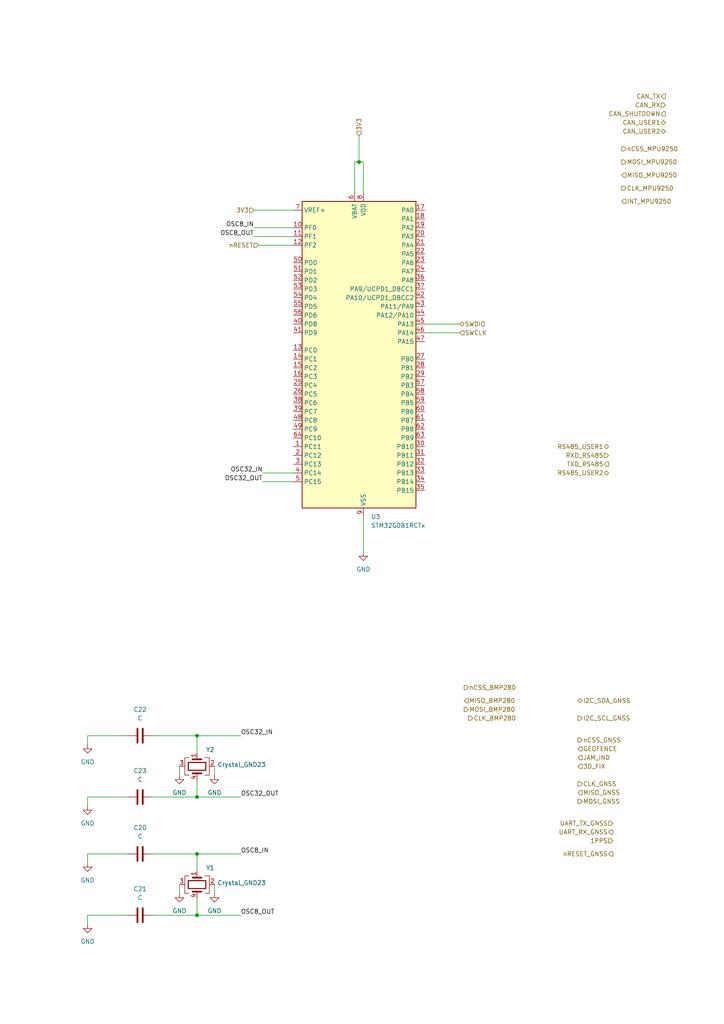
<source format=kicad_sch>
(kicad_sch (version 20250114) (generator "eeschema") (generator_version "9.0")
  (paper "A4" portrait)
  (lib_symbols
    (symbol "Device:C" (pin_numbers (hide yes)) (pin_names (offset 0.254))
      (property "Reference" "C" (at 0.635 2.54 0))
      (property "Value" "C" (at 0.635 -2.54 0))
      (symbol "C_0_1"
        (polyline (pts (xy -2.032 0.762) (xy 2.032 0.762)) (stroke (width 0.508)))
        (polyline (pts (xy -2.032 -0.762) (xy 2.032 -0.762)) (stroke (width 0.508)))
      )
      (symbol "C_1_1"
        (pin passive line (at 0 3.81 270) (length 2.794) (name "~") (number "1"))
        (pin passive line (at 0 -3.81 90) (length 2.794) (name "~") (number "2"))
      )
    )
    (symbol "Device:Crystal_GND23" (pin_names (offset 1.016) (hide yes))
      (property "Reference" "Y" (at 3.175 5.08 0))
      (property "Value" "Crystal_GND23" (at 3.175 3.175 0))
      (symbol "Crystal_GND23_0_1"
        (polyline (pts (xy -2.54 2.286) (xy -2.54 3.556) (xy 2.54 3.556) (xy 2.54 2.286)))
        (polyline (pts (xy -2.54 0) (xy -2.032 0)))
        (polyline (pts (xy -2.54 -2.286) (xy -2.54 -3.556) (xy 2.54 -3.556) (xy 2.54 -2.286)))
        (polyline (pts (xy -2.032 -1.27) (xy -2.032 1.27)) (stroke (width 0.508)))
        (rectangle (start -1.143 2.54) (end 1.143 -2.54) (stroke (width 0.3048)))
        (polyline (pts (xy 0 3.556) (xy 0 3.81)))
        (polyline (pts (xy 0 -3.81) (xy 0 -3.556)))
        (polyline (pts (xy 2.032 0) (xy 2.54 0)))
        (polyline (pts (xy 2.032 -1.27) (xy 2.032 1.27)) (stroke (width 0.508)))
      )
      (symbol "Crystal_GND23_1_1"
        (pin passive line (at -3.81 0 0) (length 1.27) (name "1") (number "1"))
        (pin passive line (at 0 5.08 270) (length 1.27) (name "2") (number "2"))
        (pin passive line (at 0 -5.08 90) (length 1.27) (name "3") (number "3"))
        (pin passive line (at 3.81 0 180) (length 1.27) (name "4") (number "4"))
      )
    )
    (symbol "MCU_ST_STM32G0:STM32G0B1RCTx"
      (property "Reference" "U" (at -15.24 46.99 0))
      (property "Value" "STM32G0B1RCTx" (at 5.08 46.99 0))
      (symbol "STM32G0B1RCTx_0_1"
        (rectangle (start -15.24 -43.18) (end 17.78 45.72) (stroke (width 0.254)) (fill (type background)))
      )
      (symbol "STM32G0B1RCTx_1_1"
        (pin input line (at -17.78 43.18 0) (length 2.54) (name "VREF+") (number "7"))
        (pin bidirectional line (at -17.78 38.1 0) (length 2.54) (name "PF0") (number "10"))
        (pin bidirectional line (at -17.78 35.56 0) (length 2.54) (name "PF1") (number "11"))
        (pin bidirectional line (at -17.78 33.02 0) (length 2.54) (name "PF2") (number "12"))
        (pin bidirectional line (at -17.78 27.94 0) (length 2.54) (name "PD0") (number "50"))
        (pin bidirectional line (at -17.78 25.4 0) (length 2.54) (name "PD1") (number "51"))
        (pin bidirectional line (at -17.78 22.86 0) (length 2.54) (name "PD2") (number "52"))
        (pin bidirectional line (at -17.78 20.32 0) (length 2.54) (name "PD3") (number "53"))
        (pin bidirectional line (at -17.78 17.78 0) (length 2.54) (name "PD4") (number "54"))
        (pin bidirectional line (at -17.78 15.24 0) (length 2.54) (name "PD5") (number "55"))
        (pin bidirectional line (at -17.78 12.7 0) (length 2.54) (name "PD6") (number "56"))
        (pin bidirectional line (at -17.78 10.16 0) (length 2.54) (name "PD8") (number "40"))
        (pin bidirectional line (at -17.78 7.62 0) (length 2.54) (name "PD9") (number "41"))
        (pin bidirectional line (at -17.78 2.54 0) (length 2.54) (name "PC0") (number "13"))
        (pin bidirectional line (at -17.78 0 0) (length 2.54) (name "PC1") (number "14"))
        (pin bidirectional line (at -17.78 -2.54 0) (length 2.54) (name "PC2") (number "15"))
        (pin bidirectional line (at -17.78 -5.08 0) (length 2.54) (name "PC3") (number "16"))
        (pin bidirectional line (at -17.78 -7.62 0) (length 2.54) (name "PC4") (number "25"))
        (pin bidirectional line (at -17.78 -10.16 0) (length 2.54) (name "PC5") (number "26"))
        (pin bidirectional line (at -17.78 -12.7 0) (length 2.54) (name "PC6") (number "38"))
        (pin bidirectional line (at -17.78 -15.24 0) (length 2.54) (name "PC7") (number "39"))
        (pin bidirectional line (at -17.78 -17.78 0) (length 2.54) (name "PC8") (number "48"))
        (pin bidirectional line (at -17.78 -20.32 0) (length 2.54) (name "PC9") (number "49"))
        (pin bidirectional line (at -17.78 -22.86 0) (length 2.54) (name "PC10") (number "64"))
        (pin bidirectional line (at -17.78 -25.4 0) (length 2.54) (name "PC11") (number "1"))
        (pin bidirectional line (at -17.78 -27.94 0) (length 2.54) (name "PC12") (number "2"))
        (pin bidirectional line (at -17.78 -30.48 0) (length 2.54) (name "PC13") (number "3"))
        (pin bidirectional line (at -17.78 -33.02 0) (length 2.54) (name "PC14") (number "4"))
        (pin bidirectional line (at -17.78 -35.56 0) (length 2.54) (name "PC15") (number "5"))
        (pin power_in line (at 0 48.26 270) (length 2.54) (name "VBAT") (number "6"))
        (pin power_in line (at 2.54 48.26 270) (length 2.54) (name "VDD") (number "8"))
        (pin power_in line (at 2.54 -45.72 90) (length 2.54) (name "VSS") (number "9"))
        (pin bidirectional line (at 20.32 43.18 180) (length 2.54) (name "PA0") (number "17"))
        (pin bidirectional line (at 20.32 40.64 180) (length 2.54) (name "PA1") (number "18"))
        (pin bidirectional line (at 20.32 38.1 180) (length 2.54) (name "PA2") (number "19"))
        (pin bidirectional line (at 20.32 35.56 180) (length 2.54) (name "PA3") (number "20"))
        (pin bidirectional line (at 20.32 33.02 180) (length 2.54) (name "PA4") (number "21"))
        (pin bidirectional line (at 20.32 30.48 180) (length 2.54) (name "PA5") (number "22"))
        (pin bidirectional line (at 20.32 27.94 180) (length 2.54) (name "PA6") (number "23"))
        (pin bidirectional line (at 20.32 25.4 180) (length 2.54) (name "PA7") (number "24"))
        (pin bidirectional line (at 20.32 22.86 180) (length 2.54) (name "PA8") (number "36"))
        (pin bidirectional line (at 20.32 20.32 180) (length 2.54) (name "PA9/UCPD1_DBCC1") (number "37"))
        (pin bidirectional line (at 20.32 17.78 180) (length 2.54) (name "PA10/UCPD1_DBCC2") (number "42"))
        (pin bidirectional line (at 20.32 15.24 180) (length 2.54) (name "PA11/PA9") (number "43"))
        (pin bidirectional line (at 20.32 12.7 180) (length 2.54) (name "PA12/PA10") (number "44"))
        (pin bidirectional line (at 20.32 10.16 180) (length 2.54) (name "PA13") (number "45"))
        (pin bidirectional line (at 20.32 7.62 180) (length 2.54) (name "PA14") (number "46"))
        (pin bidirectional line (at 20.32 5.08 180) (length 2.54) (name "PA15") (number "47"))
        (pin bidirectional line (at 20.32 0 180) (length 2.54) (name "PB0") (number "27"))
        (pin bidirectional line (at 20.32 -2.54 180) (length 2.54) (name "PB1") (number "28"))
        (pin bidirectional line (at 20.32 -5.08 180) (length 2.54) (name "PB2") (number "29"))
        (pin bidirectional line (at 20.32 -7.62 180) (length 2.54) (name "PB3") (number "57"))
        (pin bidirectional line (at 20.32 -10.16 180) (length 2.54) (name "PB4") (number "58"))
        (pin bidirectional line (at 20.32 -12.7 180) (length 2.54) (name "PB5") (number "59"))
        (pin bidirectional line (at 20.32 -15.24 180) (length 2.54) (name "PB6") (number "60"))
        (pin bidirectional line (at 20.32 -17.78 180) (length 2.54) (name "PB7") (number "61"))
        (pin bidirectional line (at 20.32 -20.32 180) (length 2.54) (name "PB8") (number "62"))
        (pin bidirectional line (at 20.32 -22.86 180) (length 2.54) (name "PB9") (number "63"))
        (pin bidirectional line (at 20.32 -25.4 180) (length 2.54) (name "PB10") (number "30"))
        (pin bidirectional line (at 20.32 -27.94 180) (length 2.54) (name "PB11") (number "31"))
        (pin bidirectional line (at 20.32 -30.48 180) (length 2.54) (name "PB12") (number "32"))
        (pin bidirectional line (at 20.32 -33.02 180) (length 2.54) (name "PB13") (number "33"))
        (pin bidirectional line (at 20.32 -35.56 180) (length 2.54) (name "PB14") (number "34"))
        (pin bidirectional line (at 20.32 -38.1 180) (length 2.54) (name "PB15") (number "35"))
      )
    )
    (symbol "power:GND" (power) (pin_numbers (hide yes)) (pin_names (offset 0) (hide yes))
      (property "Value" "GND" (at 0 -3.81 0))
      (symbol "GND_0_1"
        (polyline (pts (xy 0 0) (xy 0 -1.27) (xy 1.27 -1.27) (xy 0 -2.54) (xy -1.27 -1.27) (xy 0 -1.27)))
      )
      (symbol "GND_1_1"
        (pin power_in line (at 0 0 270) (length 0) (name "~") (number "1"))
      )
    )
  )
  (junction (at 57.15 265.43))
  (junction (at 57.15 213.36))
  (junction (at 57.15 231.14))
  (junction (at 57.15 247.65))
  (junction (at 104.14 46.99))
  (wire (pts (xy 25.4 247.65) (xy 25.4 250.19)))
  (wire (pts (xy 36.83 265.43) (xy 25.4 265.43)))
  (wire (pts (xy 73.66 60.96) (xy 85.09 60.96)))
  (wire (pts (xy 44.45 265.43) (xy 57.15 265.43)))
  (wire (pts (xy 44.45 231.14) (xy 57.15 231.14)))
  (wire (pts (xy 25.4 231.14) (xy 25.4 233.68)))
  (wire (pts (xy 57.15 247.65) (xy 69.85 247.65)))
  (wire (pts (xy 105.41 149.86) (xy 105.41 160.02)))
  (wire (pts (xy 123.19 93.98) (xy 133.35 93.98)))
  (wire (pts (xy 44.45 247.65) (xy 57.15 247.65)))
  (wire (pts (xy 73.66 66.04) (xy 85.09 66.04)))
  (wire (pts (xy 57.15 265.43) (xy 69.85 265.43)))
  (wire (pts (xy 36.83 247.65) (xy 25.4 247.65)))
  (wire (pts (xy 57.15 260.35) (xy 57.15 265.43)))
  (wire (pts (xy 104.14 46.99) (xy 105.41 46.99)))
  (wire (pts (xy 44.45 213.36) (xy 57.15 213.36)))
  (wire (pts (xy 76.2 137.16) (xy 85.09 137.16)))
  (wire (pts (xy 52.07 256.54) (xy 52.07 259.08)))
  (wire (pts (xy 102.87 55.88) (xy 102.87 46.99)))
  (wire (pts (xy 105.41 46.99) (xy 105.41 55.88)))
  (wire (pts (xy 36.83 213.36) (xy 25.4 213.36)))
  (wire (pts (xy 57.15 231.14) (xy 69.85 231.14)))
  (wire (pts (xy 123.19 96.52) (xy 133.35 96.52)))
  (wire (pts (xy 57.15 213.36) (xy 69.85 213.36)))
  (wire (pts (xy 57.15 252.73) (xy 57.15 247.65)))
  (wire (pts (xy 76.2 139.7) (xy 85.09 139.7)))
  (wire (pts (xy 57.15 218.44) (xy 57.15 213.36)))
  (wire (pts (xy 73.66 68.58) (xy 85.09 68.58)))
  (wire (pts (xy 62.23 256.54) (xy 62.23 259.08)))
  (wire (pts (xy 102.87 46.99) (xy 104.14 46.99)))
  (wire (pts (xy 62.23 222.25) (xy 62.23 224.79)))
  (wire (pts (xy 36.83 231.14) (xy 25.4 231.14)))
  (wire (pts (xy 57.15 226.06) (xy 57.15 231.14)))
  (wire (pts (xy 25.4 213.36) (xy 25.4 215.9)))
  (wire (pts (xy 74.93 71.12) (xy 85.09 71.12)))
  (wire (pts (xy 104.14 39.37) (xy 104.14 46.99)))
  (wire (pts (xy 52.07 222.25) (xy 52.07 224.79)))
  (wire (pts (xy 25.4 265.43) (xy 25.4 267.97)))
  (label "OSC32_OUT" (at 69.85 231.14 0))
  (label "OSC32_IN" (at 69.85 213.36 0))
  (label "OSC8_IN" (at 73.66 66.04 180))
  (label "OSC8_IN" (at 69.85 247.65 0))
  (label "OSC32_OUT" (at 76.2 139.7 180))
  (label "OSC8_OUT" (at 69.85 265.43 0))
  (label "OSC32_IN" (at 76.2 137.16 180))
  (label "OSC8_OUT" (at 73.66 68.58 180))
  (hierarchical_label "CLK_GNSS" (shape output) (at 167.64 227.33 0))
  (hierarchical_label "nCSS_MPU9250" (shape output) (at 180.34 43.18 0))
  (hierarchical_label "CAN_USER1" (shape bidirectional) (at 193.04 35.56 180))
  (hierarchical_label "MISO_MPU9250" (shape input) (at 180.34 50.8 0))
  (hierarchical_label "RS485_USER2" (shape bidirectional) (at 176.53 137.16 180))
  (hierarchical_label "CAN_USER2" (shape bidirectional) (at 193.04 38.1 180))
  (hierarchical_label "I2C_SDA_GNSS" (shape bidirectional) (at 167.64 203.2 0))
  (hierarchical_label "MOSI_GNSS" (shape output) (at 167.64 232.41 0))
  (hierarchical_label "UART_RX_GNSS" (shape output) (at 177.8 241.3 180))
  (hierarchical_label "MISO_BMP280" (shape input) (at 134.62 203.2 0))
  (hierarchical_label "JAM_IND" (shape input) (at 167.64 219.71 0))
  (hierarchical_label "SWCLK" (shape input) (at 133.35 96.52 0))
  (hierarchical_label "CAN_SHUTDOWN" (shape output) (at 193.04 33.02 180))
  (hierarchical_label "1PPS" (shape input) (at 177.8 243.84 180))
  (hierarchical_label "SWDIO" (shape bidirectional) (at 133.35 93.98 0))
  (hierarchical_label "3V3" (shape input) (at 73.66 60.96 180))
  (hierarchical_label "MOSI_MPU9250" (shape output) (at 180.34 46.99 0))
  (hierarchical_label "CLK_BMP280" (shape output) (at 135.89 208.28 0))
  (hierarchical_label "CAN_TX" (shape output) (at 193.04 27.94 180))
  (hierarchical_label "nCSS_GNSS" (shape output) (at 167.64 214.63 0))
  (hierarchical_label "RXD_RS485" (shape input) (at 176.53 132.08 180))
  (hierarchical_label "3D_FIX" (shape input) (at 167.64 222.25 0))
  (hierarchical_label "INT_MPU9250" (shape input) (at 180.34 58.42 0))
  (hierarchical_label "3V3" (shape input) (at 104.14 39.37 90))
  (hierarchical_label "UART_TX_GNSS" (shape input) (at 177.8 238.76 180))
  (hierarchical_label "nCSS_BMP280" (shape output) (at 134.62 199.39 0))
  (hierarchical_label "CLK_MPU9250" (shape output) (at 180.34 54.61 0))
  (hierarchical_label "TXD_RS485" (shape output) (at 176.53 134.62 180))
  (hierarchical_label "nRESET" (shape input) (at 74.93 71.12 180))
  (hierarchical_label "MISO_GNSS" (shape input) (at 167.64 229.87 0))
  (hierarchical_label "nRESET_GNSS" (shape output) (at 177.8 247.65 180))
  (hierarchical_label "MOSI_BMP280" (shape output) (at 134.62 205.74 0))
  (hierarchical_label "GEOFENCE" (shape input) (at 167.64 217.17 0))
  (hierarchical_label "I2C_SCL_GNSS" (shape output) (at 167.64 208.28 0))
  (hierarchical_label "RS485_USER1" (shape bidirectional) (at 176.53 129.54 180))
  (hierarchical_label "CAN_RX" (shape input) (at 193.04 30.48 180))
  (symbol (lib_id "Device:C") (at 40.64 213.36 90) (unit 1)
    (property "Reference" "C22" (at 40.64 205.74 90))
    (property "Value" "C" (at 40.64 208.28 90))
    (property "Description" "Unpolarized capacitor" (effects (hide yes)))
  )
  (symbol (lib_id "Device:C") (at 40.64 265.43 90) (unit 1)
    (property "Reference" "C21" (at 40.64 257.81 90))
    (property "Value" "C" (at 40.64 260.35 90))
    (property "Description" "Unpolarized capacitor" (effects (hide yes)))
  )
  (symbol (lib_id "power:GND") (at 25.4 250.19 0) (unit 1)
    (property "Reference" "#PWR033" (effects (hide yes)))
    (property "Value" "GND" (at 25.4 255.27 0))
    (property "Description" "Power symbol creates a global label with name \"GND\" , ground" (effects (hide yes)))
  )
  (symbol (lib_id "power:GND") (at 62.23 224.79 0) (unit 1)
    (property "Reference" "#PWR041" (effects (hide yes)))
    (property "Value" "GND" (at 62.23 229.87 0))
    (property "Description" "Power symbol creates a global label with name \"GND\" , ground" (effects (hide yes)))
  )
  (symbol (lib_id "power:GND") (at 25.4 267.97 0) (unit 1)
    (property "Reference" "#PWR035" (effects (hide yes)))
    (property "Value" "GND" (at 25.4 273.05 0))
    (property "Description" "Power symbol creates a global label with name \"GND\" , ground" (effects (hide yes)))
  )
  (symbol (lib_id "power:GND") (at 62.23 259.08 0) (unit 1)
    (property "Reference" "#PWR037" (effects (hide yes)))
    (property "Value" "GND" (at 62.23 264.16 0))
    (property "Description" "Power symbol creates a global label with name \"GND\" , ground" (effects (hide yes)))
  )
  (symbol (lib_id "power:GND") (at 52.07 259.08 0) (unit 1)
    (property "Reference" "#PWR036" (effects (hide yes)))
    (property "Value" "GND" (at 52.07 264.16 0))
    (property "Description" "Power symbol creates a global label with name \"GND\" , ground" (effects (hide yes)))
  )
  (symbol (lib_id "power:GND") (at 25.4 233.68 0) (unit 1)
    (property "Reference" "#PWR039" (effects (hide yes)))
    (property "Value" "GND" (at 25.4 238.76 0))
    (property "Description" "Power symbol creates a global label with name \"GND\" , ground" (effects (hide yes)))
  )
  (symbol (lib_id "power:GND") (at 52.07 224.79 0) (unit 1)
    (property "Reference" "#PWR040" (effects (hide yes)))
    (property "Value" "GND" (at 52.07 229.87 0))
    (property "Description" "Power symbol creates a global label with name \"GND\" , ground" (effects (hide yes)))
  )
  (symbol (lib_id "MCU_ST_STM32G0:STM32G0B1RCTx") (at 102.87 104.14 0) (unit 1)
    (property "Reference" "U3" (at 107.6041 149.86 0) (effects (justify left)))
    (property "Value" "STM32G0B1RCTx" (at 107.6041 152.4 0) (effects (justify left)))
    (property "Footprint" "Package_QFP:LQFP-64_10x10mm_P0.5mm" (effects (hide yes)))
    (property "Datasheet" "https://www.st.com/resource/en/datasheet/stm32g0b1rc.pdf" (effects (hide yes)))
    (property "Description" "STMicroelectronics Arm Cortex-M0+ MCU, 256KB flash, 144KB RAM, 64 MHz, 1.7-3.6V, 60 GPIO, LQFP64" (effects (hide yes)))
  )
  (symbol (lib_id "power:GND") (at 105.41 160.02 0) (unit 1)
    (property "Reference" "#PWR034" (effects (hide yes)))
    (property "Value" "GND" (at 105.41 165.1 0))
    (property "Description" "Power symbol creates a global label with name \"GND\" , ground" (effects (hide yes)))
  )
  (symbol (lib_id "Device:C") (at 40.64 231.14 90) (unit 1)
    (property "Reference" "C23" (at 40.64 223.52 90))
    (property "Value" "C" (at 40.64 226.06 90))
    (property "Description" "Unpolarized capacitor" (effects (hide yes)))
  )
  (symbol (lib_id "Device:C") (at 40.64 247.65 90) (unit 1)
    (property "Reference" "C20" (at 40.64 240.03 90))
    (property "Value" "C" (at 40.64 242.57 90))
    (property "Description" "Unpolarized capacitor" (effects (hide yes)))
  )
  (symbol (lib_id "Device:Crystal_GND23") (at 57.15 256.54 270) (unit 1)
    (property "Reference" "Y1" (at 60.96 251.714 90))
    (property "Value" "Crystal_GND23" (at 70.104 256.032 90))
    (property "Description" "Four pin crystal, GND on pins 2 and 3" (effects (hide yes)))
  )
  (symbol (lib_id "Device:Crystal_GND23") (at 57.15 222.25 270) (unit 1)
    (property "Reference" "Y2" (at 60.96 217.424 90))
    (property "Value" "Crystal_GND23" (at 70.104 221.742 90))
    (property "Description" "Four pin crystal, GND on pins 2 and 3" (effects (hide yes)))
  )
  (symbol (lib_id "power:GND") (at 25.4 215.9 0) (unit 1)
    (property "Reference" "#PWR038" (effects (hide yes)))
    (property "Value" "GND" (at 25.4 220.98 0))
    (property "Description" "Power symbol creates a global label with name \"GND\" , ground" (effects (hide yes)))
  )
)
</source>
